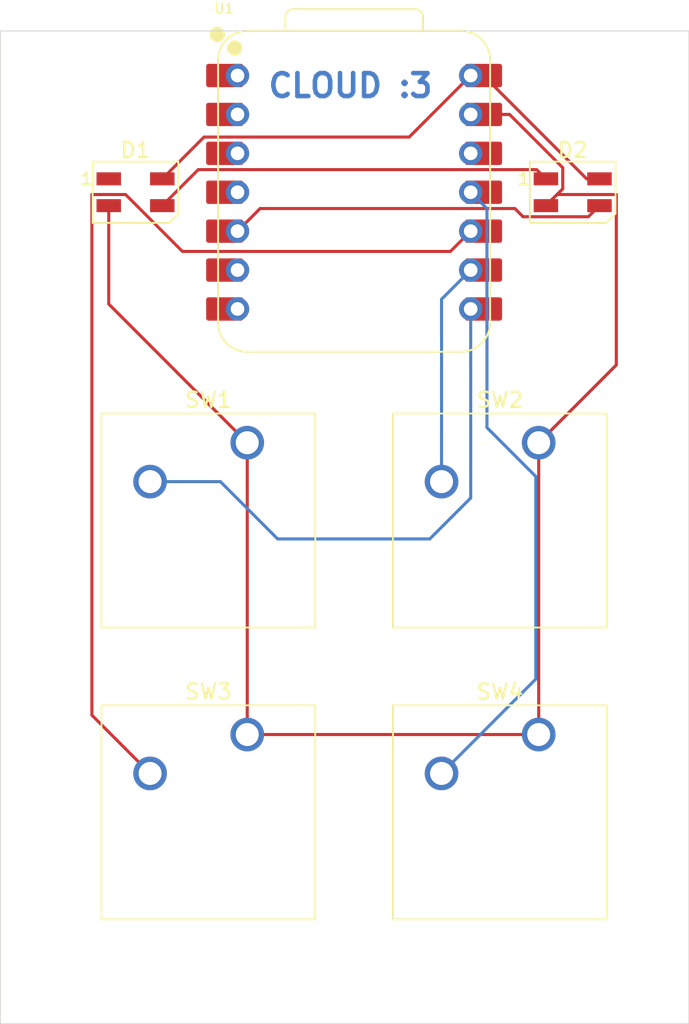
<source format=kicad_pcb>
(kicad_pcb (version 20241229) (generator "pcbnew") (generator_version "9.0")
  (layers (0 "F.Cu" signal) (2 "B.Cu" signal) (13 "F.Paste" user) (15 "B.Paste" user) (5 "F.SilkS" user "F.Silkscreen") (7 "B.SilkS" user "B.Silkscreen") (1 "F.Mask" user) (3 "B.Mask" user) (25 "Edge.Cuts" user))
  (net 0 "")
  (net 1 "GND")
  (net 3 "+5V")
  (net 4 "Net-(D1-DIN)")
  (net 5 "Net-(D2-DIN)")
  (net 6 "Net-(U1-GPIO1{slash}RX)")
  (net 7 "Net-(U1-GPIO2{slash}SCK)")
  (net 8 "Net-(U1-GPIO4{slash}MISO)")
  (net 9 "Net-(U1-GPIO3{slash}MOSI)")
  (footprint "LED_SMD:LED_SK6812MINI_PLCC4_3.5x3.5mm_P1.75mm" (layer "F.Cu") (at 212.4075 45.72)
    (property "Reference" "D2" (at 0 -2.75 0) (layer "F.SilkS"))
    (property "Value" "SK6812MINI")
    (fp_line (start -2.8 -2) (end -2.8 2) (stroke (width 0.12)) (layer "F.SilkS"))
    (fp_line (start -2.8 -2) (end 2.8 -2) (stroke (width 0.12)) (layer "F.SilkS"))
    (fp_line (start -2.8 2) (end 2.2 2) (stroke (width 0.12)) (layer "F.SilkS"))
    (fp_line (start 2.8 1.4) (end 2.2 2) (stroke (width 0.12)) (layer "F.SilkS"))
    (fp_line (start 2.8 1.4) (end 2.8 -2) (stroke (width 0.12)) (layer "F.SilkS"))
    (fp_text user "1" (at -3.2 -0.875 0) (layer "F.SilkS") (effects (font (size 0.8 0.8))))
    (pad "1" smd rect (at -1.75 -0.875) (size 1.6 0.85) (layers "F.Cu" "F.Mask" "F.Paste") (net 4 "Net-(D1-DIN)"))
    (pad "2" smd rect (at -1.75 0.875) (size 1.6 0.85) (layers "F.Cu" "F.Mask" "F.Paste") (net 1 "GND"))
    (pad "3" smd rect (at 1.75 0.875) (size 1.6 0.85) (layers "F.Cu" "F.Mask" "F.Paste") (net 5 "Net-(D2-DIN)"))
    (pad "4" smd rect (at 1.75 -0.875) (size 1.6 0.85) (layers "F.Cu" "F.Mask" "F.Paste") (net 3 "+5V"))
  )
  (footprint "OPL:XIAO-RP2040-DIP" (layer "F.Cu") (at 198.12 45.72)
    (property "Reference" "U1" (at -8.5 -12 0) (layer "F.SilkS") (effects (font (size 0.635 0.635) (thickness 0.1016))))
    (property "Value" "XIAO-RP2040-DIP")
    (fp_line (start -8.89 8.509) (end -8.89 -8.636) (stroke (width 0.127)) (layer "F.SilkS"))
    (fp_line (start -6.985 10.414) (end 6.985 10.414) (stroke (width 0.127)) (layer "F.SilkS"))
    (fp_line (start -4.495 -10.541) (end -4.491272 -11.451272) (stroke (width 0.127)) (layer "F.SilkS"))
    (fp_line (start -3.991272 -11.951) (end 4.004 -11.951) (stroke (width 0.127)) (layer "F.SilkS"))
    (fp_line (start 4.504 -11.451) (end 4.504 -10.541) (stroke (width 0.127)) (layer "F.SilkS"))
    (fp_line (start 6.985 -10.541) (end -6.985 -10.541) (stroke (width 0.1)) (layer "F.SilkS"))
    (fp_line (start 6.985 -10.541) (end -6.985 -10.541) (stroke (width 0.127)) (layer "F.SilkS"))
    (fp_line (start 8.89 8.509) (end 8.89 -8.636) (stroke (width 0.127)) (layer "F.SilkS"))
    (fp_arc (start -8.89 -8.636) (mid -8.332038 -9.983038) (end -6.985 -10.541) (stroke (width 0.127)) (layer "F.SilkS"))
    (fp_arc (start -6.985 10.414) (mid -8.332038 9.856038) (end -8.89 8.509) (stroke (width 0.127)) (layer "F.SilkS"))
    (fp_arc (start -4.491272 -11.451272) (mid -4.344728 -11.80464) (end -3.991272 -11.951) (stroke (width 0.127)) (layer "F.SilkS"))
    (fp_arc (start 4.004 -11.951) (mid 4.357553 -11.804553) (end 4.504 -11.451) (stroke (width 0.127)) (layer "F.SilkS"))
    (fp_arc (start 6.985 -10.541) (mid 8.332038 -9.983038) (end 8.89 -8.636) (stroke (width 0.127)) (layer "F.SilkS"))
    (fp_arc (start 8.89 8.509) (mid 8.332038 9.856038) (end 6.985 10.414) (stroke (width 0.127)) (layer "F.SilkS"))
    (fp_circle (center -8.95 -10.3) (end -8.95 -10.554) (stroke (width 0.5)) (fill yes) (layer "F.SilkS"))
    (fp_circle (center -7.807 -9.42) (end -7.807 -9.674) (stroke (width 0.5)) (fill yes) (layer "F.SilkS"))
    (pad "1" smd roundrect (at -8.455 -7.62 180) (size 2.432 1.524) (layers "F.Cu" "F.Mask") (roundrect_rratio 0.1))
    (pad "1" thru_hole circle (at -7.62 -7.62 180) (size 1.524 1.524) (drill 0.889) (layers "*.Cu" "*.Mask"))
    (pad "2" smd roundrect (at -8.455 -5.08 180) (size 2.432 1.524) (layers "F.Cu" "F.Mask") (roundrect_rratio 0.1))
    (pad "2" thru_hole circle (at -7.62 -5.08 180) (size 1.524 1.524) (drill 0.889) (layers "*.Cu" "*.Mask"))
    (pad "3" smd roundrect (at -8.455 -2.54 180) (size 2.432 1.524) (layers "F.Cu" "F.Mask") (roundrect_rratio 0.1))
    (pad "3" thru_hole circle (at -7.62 -2.54 180) (size 1.524 1.524) (drill 0.889) (layers "*.Cu" "*.Mask"))
    (pad "4" smd roundrect (at -8.455 0 180) (size 2.432 1.524) (layers "F.Cu" "F.Mask") (roundrect_rratio 0.1))
    (pad "4" thru_hole circle (at -7.62 0 180) (size 1.524 1.524) (drill 0.889) (layers "*.Cu" "*.Mask"))
    (pad "5" smd roundrect (at -8.455 2.54 180) (size 2.432 1.524) (layers "F.Cu" "F.Mask") (roundrect_rratio 0.1) (net 5 "Net-(D2-DIN)"))
    (pad "5" thru_hole circle (at -7.62 2.54 180) (size 1.524 1.524) (drill 0.889) (layers "*.Cu" "*.Mask") (net 5 "Net-(D2-DIN)"))
    (pad "6" smd roundrect (at -8.455 5.08 180) (size 2.432 1.524) (layers "F.Cu" "F.Mask") (roundrect_rratio 0.1))
    (pad "6" thru_hole circle (at -7.62 5.08 180) (size 1.524 1.524) (drill 0.889) (layers "*.Cu" "*.Mask"))
    (pad "7" smd roundrect (at -8.455 7.62 180) (size 2.432 1.524) (layers "F.Cu" "F.Mask") (roundrect_rratio 0.1))
    (pad "7" thru_hole circle (at -7.62 7.62 180) (size 1.524 1.524) (drill 0.889) (layers "*.Cu" "*.Mask"))
    (pad "8" thru_hole circle (at 7.62 7.62) (size 1.524 1.524) (drill 0.889) (layers "*.Cu" "*.Mask") (net 6 "Net-(U1-GPIO1{slash}RX)"))
    (pad "8" smd roundrect (at 8.455 7.62) (size 2.432 1.524) (layers "F.Cu" "F.Mask") (roundrect_rratio 0.1) (net 6 "Net-(U1-GPIO1{slash}RX)"))
    (pad "9" thru_hole circle (at 7.62 5.08) (size 1.524 1.524) (drill 0.889) (layers "*.Cu" "*.Mask") (net 7 "Net-(U1-GPIO2{slash}SCK)"))
    (pad "9" smd roundrect (at 8.455 5.08) (size 2.432 1.524) (layers "F.Cu" "F.Mask") (roundrect_rratio 0.1) (net 7 "Net-(U1-GPIO2{slash}SCK)"))
    (pad "10" thru_hole circle (at 7.62 2.54) (size 1.524 1.524) (drill 0.889) (layers "*.Cu" "*.Mask") (net 8 "Net-(U1-GPIO4{slash}MISO)"))
    (pad "10" smd roundrect (at 8.455 2.54) (size 2.432 1.524) (layers "F.Cu" "F.Mask") (roundrect_rratio 0.1) (net 8 "Net-(U1-GPIO4{slash}MISO)"))
    (pad "11" thru_hole circle (at 7.62 0) (size 1.524 1.524) (drill 0.889) (layers "*.Cu" "*.Mask") (net 9 "Net-(U1-GPIO3{slash}MOSI)"))
    (pad "11" smd roundrect (at 8.455 0) (size 2.432 1.524) (layers "F.Cu" "F.Mask") (roundrect_rratio 0.1) (net 9 "Net-(U1-GPIO3{slash}MOSI)"))
    (pad "12" thru_hole circle (at 7.62 -2.54) (size 1.524 1.524) (drill 0.889) (layers "*.Cu" "*.Mask"))
    (pad "12" smd roundrect (at 8.455 -2.54) (size 2.432 1.524) (layers "F.Cu" "F.Mask") (roundrect_rratio 0.1))
    (pad "13" thru_hole circle (at 7.62 -5.08) (size 1.524 1.524) (drill 0.889) (layers "*.Cu" "*.Mask") (net 1 "GND"))
    (pad "13" smd roundrect (at 8.455 -5.08) (size 2.432 1.524) (layers "F.Cu" "F.Mask") (roundrect_rratio 0.1) (net 1 "GND"))
    (pad "14" thru_hole circle (at 7.62 -7.62) (size 1.524 1.524) (drill 0.889) (layers "*.Cu" "*.Mask") (net 3 "+5V"))
    (pad "14" smd roundrect (at 8.455 -7.62) (size 2.432 1.524) (layers "F.Cu" "F.Mask") (roundrect_rratio 0.1) (net 3 "+5V"))
  )
  (footprint "Button_Switch_Keyboard:SW_Cherry_MX_1.00u_PCB" (layer "F.Cu") (at 191.135 81.12125)
    (property "Reference" "SW3" (at -2.54 -2.794 0) (layer "F.SilkS"))
    (property "Value" "SW_Push")
    (fp_line (start -9.525 -1.905) (end 4.445 -1.905) (stroke (width 0.12)) (layer "F.SilkS"))
    (fp_line (start -9.525 12.065) (end -9.525 -1.905) (stroke (width 0.12)) (layer "F.SilkS"))
    (fp_line (start 4.445 -1.905) (end 4.445 12.065) (stroke (width 0.12)) (layer "F.SilkS"))
    (fp_line (start 4.445 12.065) (end -9.525 12.065) (stroke (width 0.12)) (layer "F.SilkS"))
    (pad "" np_thru_hole circle (at -7.62 5.08) (size 1.7 1.7) (drill 1.7) (layers "*.Cu" "*.Mask"))
    (pad "" np_thru_hole circle (at -2.54 5.08) (size 4 4) (drill 4) (layers "*.Cu" "*.Mask"))
    (pad "" np_thru_hole circle (at 2.54 5.08) (size 1.7 1.7) (drill 1.7) (layers "*.Cu" "*.Mask"))
    (pad "1" thru_hole circle (at 0 0) (size 2.2 2.2) (drill 1.5) (layers "*.Cu" "*.Mask") (net 1 "GND"))
    (pad "2" thru_hole circle (at -6.35 2.54) (size 2.2 2.2) (drill 1.5) (layers "*.Cu" "*.Mask") (net 8 "Net-(U1-GPIO4{slash}MISO)"))
  )
  (footprint "LED_SMD:LED_SK6812MINI_PLCC4_3.5x3.5mm_P1.75mm" (layer "F.Cu") (at 183.8325 45.72)
    (property "Reference" "D1" (at 0 -2.75 0) (layer "F.SilkS"))
    (property "Value" "SK6812MINI")
    (fp_line (start -2.8 -2) (end -2.8 2) (stroke (width 0.12)) (layer "F.SilkS"))
    (fp_line (start -2.8 -2) (end 2.8 -2) (stroke (width 0.12)) (layer "F.SilkS"))
    (fp_line (start -2.8 2) (end 2.2 2) (stroke (width 0.12)) (layer "F.SilkS"))
    (fp_line (start 2.8 1.4) (end 2.2 2) (stroke (width 0.12)) (layer "F.SilkS"))
    (fp_line (start 2.8 1.4) (end 2.8 -2) (stroke (width 0.12)) (layer "F.SilkS"))
    (fp_text user "1" (at -3.2 -0.875 0) (layer "F.SilkS") (effects (font (size 0.8 0.8))))
    (pad "1" smd rect (at -1.75 -0.875) (size 1.6 0.85) (layers "F.Cu" "F.Mask" "F.Paste"))
    (pad "2" smd rect (at -1.75 0.875) (size 1.6 0.85) (layers "F.Cu" "F.Mask" "F.Paste") (net 1 "GND"))
    (pad "3" smd rect (at 1.75 0.875) (size 1.6 0.85) (layers "F.Cu" "F.Mask" "F.Paste") (net 4 "Net-(D1-DIN)"))
    (pad "4" smd rect (at 1.75 -0.875) (size 1.6 0.85) (layers "F.Cu" "F.Mask" "F.Paste") (net 3 "+5V"))
  )
  (footprint "Button_Switch_Keyboard:SW_Cherry_MX_1.00u_PCB" (layer "F.Cu") (at 191.135 62.07125)
    (property "Reference" "SW1" (at -2.54 -2.794 0) (layer "F.SilkS"))
    (property "Value" "SW_Push")
    (fp_line (start -9.525 -1.905) (end 4.445 -1.905) (stroke (width 0.12)) (layer "F.SilkS"))
    (fp_line (start -9.525 12.065) (end -9.525 -1.905) (stroke (width 0.12)) (layer "F.SilkS"))
    (fp_line (start 4.445 -1.905) (end 4.445 12.065) (stroke (width 0.12)) (layer "F.SilkS"))
    (fp_line (start 4.445 12.065) (end -9.525 12.065) (stroke (width 0.12)) (layer "F.SilkS"))
    (pad "" np_thru_hole circle (at -7.62 5.08) (size 1.7 1.7) (drill 1.7) (layers "*.Cu" "*.Mask"))
    (pad "" np_thru_hole circle (at -2.54 5.08) (size 4 4) (drill 4) (layers "*.Cu" "*.Mask"))
    (pad "" np_thru_hole circle (at 2.54 5.08) (size 1.7 1.7) (drill 1.7) (layers "*.Cu" "*.Mask"))
    (pad "1" thru_hole circle (at 0 0) (size 2.2 2.2) (drill 1.5) (layers "*.Cu" "*.Mask") (net 1 "GND"))
    (pad "2" thru_hole circle (at -6.35 2.54) (size 2.2 2.2) (drill 1.5) (layers "*.Cu" "*.Mask") (net 6 "Net-(U1-GPIO1{slash}RX)"))
  )
  (footprint "Button_Switch_Keyboard:SW_Cherry_MX_1.00u_PCB" (layer "F.Cu") (at 210.185 81.12125)
    (property "Reference" "SW4" (at -2.54 -2.794 0) (layer "F.SilkS"))
    (property "Value" "SW_Push")
    (fp_line (start -9.525 -1.905) (end 4.445 -1.905) (stroke (width 0.12)) (layer "F.SilkS"))
    (fp_line (start -9.525 12.065) (end -9.525 -1.905) (stroke (width 0.12)) (layer "F.SilkS"))
    (fp_line (start 4.445 -1.905) (end 4.445 12.065) (stroke (width 0.12)) (layer "F.SilkS"))
    (fp_line (start 4.445 12.065) (end -9.525 12.065) (stroke (width 0.12)) (layer "F.SilkS"))
    (pad "" np_thru_hole circle (at -7.62 5.08) (size 1.7 1.7) (drill 1.7) (layers "*.Cu" "*.Mask"))
    (pad "" np_thru_hole circle (at -2.54 5.08) (size 4 4) (drill 4) (layers "*.Cu" "*.Mask"))
    (pad "" np_thru_hole circle (at 2.54 5.08) (size 1.7 1.7) (drill 1.7) (layers "*.Cu" "*.Mask"))
    (pad "1" thru_hole circle (at 0 0) (size 2.2 2.2) (drill 1.5) (layers "*.Cu" "*.Mask") (net 1 "GND"))
    (pad "2" thru_hole circle (at -6.35 2.54) (size 2.2 2.2) (drill 1.5) (layers "*.Cu" "*.Mask") (net 9 "Net-(U1-GPIO3{slash}MOSI)"))
  )
  (footprint "Button_Switch_Keyboard:SW_Cherry_MX_1.00u_PCB" (layer "F.Cu") (at 210.185 62.07125)
    (property "Reference" "SW2" (at -2.54 -2.794 0) (layer "F.SilkS"))
    (property "Value" "SW_Push")
    (fp_line (start -9.525 -1.905) (end 4.445 -1.905) (stroke (width 0.12)) (layer "F.SilkS"))
    (fp_line (start -9.525 12.065) (end -9.525 -1.905) (stroke (width 0.12)) (layer "F.SilkS"))
    (fp_line (start 4.445 -1.905) (end 4.445 12.065) (stroke (width 0.12)) (layer "F.SilkS"))
    (fp_line (start 4.445 12.065) (end -9.525 12.065) (stroke (width 0.12)) (layer "F.SilkS"))
    (pad "" np_thru_hole circle (at -7.62 5.08) (size 1.7 1.7) (drill 1.7) (layers "*.Cu" "*.Mask"))
    (pad "" np_thru_hole circle (at -2.54 5.08) (size 4 4) (drill 4) (layers "*.Cu" "*.Mask"))
    (pad "" np_thru_hole circle (at 2.54 5.08) (size 1.7 1.7) (drill 1.7) (layers "*.Cu" "*.Mask"))
    (pad "1" thru_hole circle (at 0 0) (size 2.2 2.2) (drill 1.5) (layers "*.Cu" "*.Mask") (net 1 "GND"))
    (pad "2" thru_hole circle (at -6.35 2.54) (size 2.2 2.2) (drill 1.5) (layers "*.Cu" "*.Mask") (net 7 "Net-(U1-GPIO2{slash}SCK)"))
  )
  (gr_rect (start 175 35.19) (end 220 100) (stroke (width 0.05)) (fill no) (layer "Edge.Cuts"))
  (gr_text "CLOUD :3" (at 192.36 39.64 0) (layer "B.Cu") (effects (font (size 1.5 1.5) (thickness 0.3) (bold yes)) (justify left bottom)))
  (segment (start 210.6575 46.595) (end 211.7585 45.494) (width 0.2) (layer "F.Cu") (net 1))
  (segment (start 211.3835 45.869) (end 210.6575 46.595) (width 0.2) (layer "F.Cu") (net 1))
  (segment (start 215.2585 45.869) (end 211.3835 45.869) (width 0.2) (layer "F.Cu") (net 1))
  (segment (start 182.0825 53.01875) (end 182.0825 46.595) (width 0.2) (layer "F.Cu") (net 1))
  (segment (start 211.7585 45.494) (end 211.7585 44.119) (width 0.2) (layer "F.Cu") (net 1))
  (segment (start 191.135 81.12125) (end 191.135 62.07125) (width 0.2) (layer "F.Cu") (net 1))
  (segment (start 215.2585 56.99775) (end 215.2585 45.869) (width 0.2) (layer "F.Cu") (net 1))
  (segment (start 210.185 62.07125) (end 215.2585 56.99775) (width 0.2) (layer "F.Cu") (net 1))
  (segment (start 191.135 81.12125) (end 210.185 81.12125) (width 0.2) (layer "F.Cu") (net 1))
  (segment (start 206.575 40.64) (end 208.2795 40.64) (width 0.2) (layer "F.Cu") (net 1))
  (segment (start 208.2795 40.64) (end 205.74 40.64) (width 0.2) (layer "F.Cu") (net 1))
  (segment (start 211.7585 44.119) (end 208.2795 40.64) (width 0.2) (layer "F.Cu") (net 1))
  (segment (start 210.185 62.07125) (end 210.185 81.12125) (width 0.2) (layer "F.Cu") (net 1))
  (segment (start 191.135 62.07125) (end 182.0825 53.01875) (width 0.2) (layer "F.Cu") (net 1))
  (segment (start 206.575 38.1) (end 213.32 44.845) (width 0.2) (layer "F.Cu") (net 3))
  (segment (start 201.723 42.117) (end 205.74 38.1) (width 0.2) (layer "F.Cu") (net 3))
  (segment (start 188.3105 42.117) (end 201.723 42.117) (width 0.2) (layer "F.Cu") (net 3))
  (segment (start 213.32 44.845) (end 214.1575 44.845) (width 0.2) (layer "F.Cu") (net 3))
  (segment (start 185.5825 44.845) (end 188.3105 42.117) (width 0.2) (layer "F.Cu") (net 3))
  (segment (start 187.9345 44.243) (end 210.0555 44.243) (width 0.2) (layer "F.Cu") (net 4))
  (segment (start 185.5825 46.595) (end 187.9345 44.243) (width 0.2) (layer "F.Cu") (net 4))
  (segment (start 210.0555 44.243) (end 210.6575 44.845) (width 0.2) (layer "F.Cu") (net 4))
  (segment (start 190.5 48.26) (end 191.977 46.783) (width 0.2) (layer "F.Cu") (net 5))
  (segment (start 208.627 46.783) (end 209.165 47.321) (width 0.2) (layer "F.Cu") (net 5))
  (segment (start 209.165 47.321) (end 213.4315 47.321) (width 0.2) (layer "F.Cu") (net 5))
  (segment (start 213.4315 47.321) (end 214.1575 46.595) (width 0.2) (layer "F.Cu") (net 5))
  (segment (start 191.977 46.783) (end 208.627 46.783) (width 0.2) (layer "F.Cu") (net 5))
  (segment (start 189.379816 64.61125) (end 184.785 64.61125) (width 0.2) (layer "B.Cu") (net 6))
  (segment (start 205.74 65.68) (end 203.06775 68.35225) (width 0.2) (layer "B.Cu") (net 6))
  (segment (start 205.74 53.34) (end 205.74 65.68) (width 0.2) (layer "B.Cu") (net 6))
  (segment (start 203.06775 68.35225) (end 193.120816 68.35225) (width 0.2) (layer "B.Cu") (net 6))
  (segment (start 193.120816 68.35225) (end 189.379816 64.61125) (width 0.2) (layer "B.Cu") (net 6))
  (segment (start 203.835 64.61125) (end 203.835 52.705) (width 0.2) (layer "B.Cu") (net 7))
  (segment (start 203.835 52.705) (end 205.74 50.8) (width 0.2) (layer "B.Cu") (net 7))
  (segment (start 184.785 83.66125) (end 180.9815 79.85775) (width 0.2) (layer "F.Cu") (net 8))
  (segment (start 183.1835 45.869) (end 186.898 49.5835) (width 0.2) (layer "F.Cu") (net 8))
  (segment (start 204.4165 49.5835) (end 205.74 48.26) (width 0.2) (layer "F.Cu") (net 8))
  (segment (start 180.9815 45.869) (end 183.1835 45.869) (width 0.2) (layer "F.Cu") (net 8))
  (segment (start 186.898 49.5835) (end 204.4165 49.5835) (width 0.2) (layer "F.Cu") (net 8))
  (segment (start 180.9815 79.85775) (end 180.9815 45.869) (width 0.2) (layer "F.Cu") (net 8))
  (segment (start 206.803 46.783) (end 205.74 45.72) (width 0.2) (layer "B.Cu") (net 9))
  (segment (start 206.803 61.083) (end 206.803 46.783) (width 0.2) (layer "B.Cu") (net 9))
  (segment (start 209.996 77.50025) (end 209.996 64.276) (width 0.2) (layer "B.Cu") (net 9))
  (segment (start 209.996 64.276) (end 206.803 61.083) (width 0.2) (layer "B.Cu") (net 9))
  (segment (start 203.835 83.66125) (end 209.996 77.50025) (width 0.2) (layer "B.Cu") (net 9))
)
</source>
